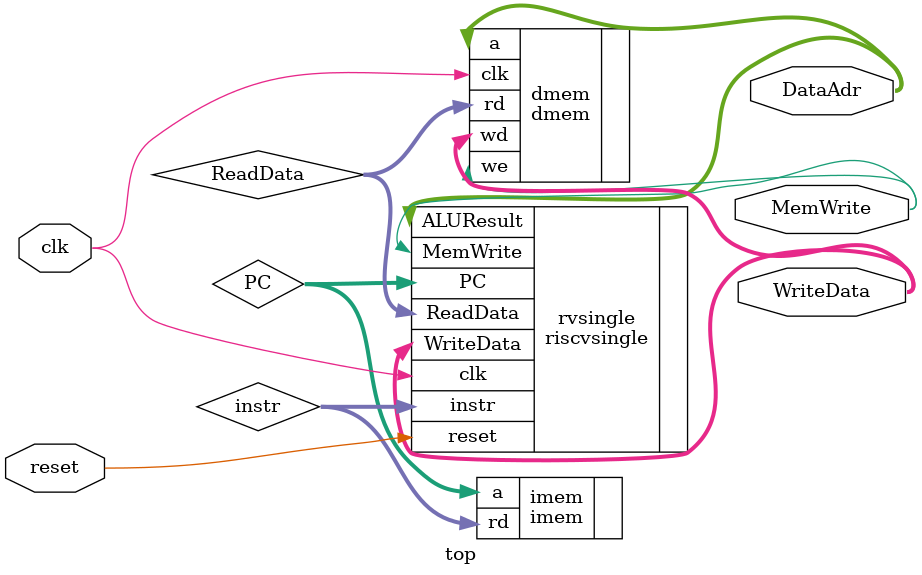
<source format=sv>
module top
    (
        input   logic           clk, reset,
        output  logic [31:0]    WriteData, DataAdr,
        output  logic           MemWrite
    );
    
    logic [31:0] PC, instr, ReadData;
    
    //  instantiate processor and memories
    riscvsingle rvsingle(.clk, .reset, .PC, .instr,
                        .MemWrite, .ALUResult(DataAdr), .WriteData, .ReadData);
    imem imem(.a(PC), .rd(instr));
    dmem dmem(.clk, .we(MemWrite), .a(DataAdr), .wd(WriteData), .rd(ReadData));
endmodule

</source>
